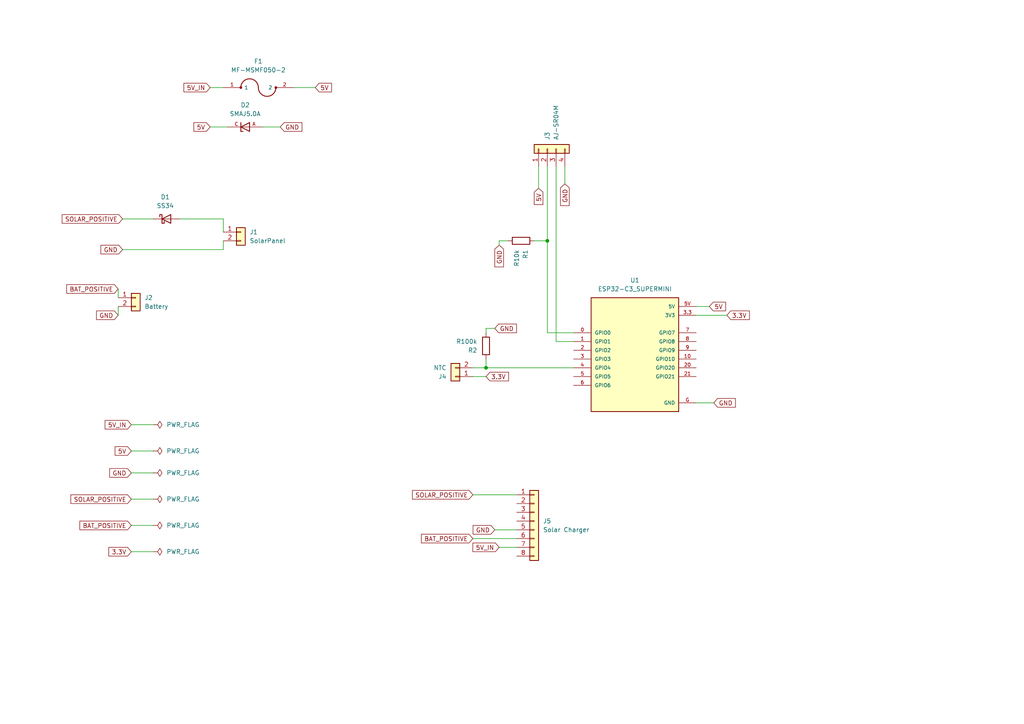
<source format=kicad_sch>
(kicad_sch (version 20250114) (generator "eeschema") (generator_version "9.0")
  (paper "A4")
  (title_block (title "Water Tank") (date "2025-09-09") (rev "3"))
  (lib_symbols
    (symbol "Connector_Generic:Conn_01x02" (pin_names (offset 1.016) (hide yes))
      (property "Reference" "J" (at 0 2.54 0))
      (property "Value" "Conn_01x02" (at 0 -5.08 0))
      (symbol "Conn_01x02_1_1"
        (rectangle (start -1.27 1.27) (end 1.27 -3.81) (stroke (width 0.254)) (fill (type background)))
        (rectangle (start -1.27 0.127) (end 0 -0.127) (stroke (width 0.1524)))
        (rectangle (start -1.27 -2.413) (end 0 -2.667) (stroke (width 0.1524)))
        (pin passive line (at -5.08 0 0) (length 3.81) (name "Pin_1") (number "1"))
        (pin passive line (at -5.08 -2.54 0) (length 3.81) (name "Pin_2") (number "2"))
      )
    )
    (symbol "Connector_Generic:Conn_01x04" (pin_names (offset 1.016) (hide yes))
      (property "Reference" "J" (at 0 5.08 0))
      (property "Value" "Conn_01x04" (at 0 -7.62 0))
      (symbol "Conn_01x04_1_1"
        (rectangle (start -1.27 3.81) (end 1.27 -6.35) (stroke (width 0.254)) (fill (type background)))
        (rectangle (start -1.27 2.667) (end 0 2.413) (stroke (width 0.1524)))
        (rectangle (start -1.27 0.127) (end 0 -0.127) (stroke (width 0.1524)))
        (rectangle (start -1.27 -2.413) (end 0 -2.667) (stroke (width 0.1524)))
        (rectangle (start -1.27 -4.953) (end 0 -5.207) (stroke (width 0.1524)))
        (pin passive line (at -5.08 2.54 0) (length 3.81) (name "Pin_1") (number "1"))
        (pin passive line (at -5.08 0 0) (length 3.81) (name "Pin_2") (number "2"))
        (pin passive line (at -5.08 -2.54 0) (length 3.81) (name "Pin_3") (number "3"))
        (pin passive line (at -5.08 -5.08 0) (length 3.81) (name "Pin_4") (number "4"))
      )
    )
    (symbol "Connector_Generic:Conn_01x08" (pin_names (offset 1.016) (hide yes))
      (property "Reference" "J" (at 0 10.16 0))
      (property "Value" "Conn_01x08" (at 0 -12.7 0))
      (symbol "Conn_01x08_1_1"
        (rectangle (start -1.27 8.89) (end 1.27 -11.43) (stroke (width 0.254)) (fill (type background)))
        (rectangle (start -1.27 7.747) (end 0 7.493) (stroke (width 0.1524)))
        (rectangle (start -1.27 5.207) (end 0 4.953) (stroke (width 0.1524)))
        (rectangle (start -1.27 2.667) (end 0 2.413) (stroke (width 0.1524)))
        (rectangle (start -1.27 0.127) (end 0 -0.127) (stroke (width 0.1524)))
        (rectangle (start -1.27 -2.413) (end 0 -2.667) (stroke (width 0.1524)))
        (rectangle (start -1.27 -4.953) (end 0 -5.207) (stroke (width 0.1524)))
        (rectangle (start -1.27 -7.493) (end 0 -7.747) (stroke (width 0.1524)))
        (rectangle (start -1.27 -10.033) (end 0 -10.287) (stroke (width 0.1524)))
        (pin passive line (at -5.08 7.62 0) (length 3.81) (name "Pin_1") (number "1"))
        (pin passive line (at -5.08 5.08 0) (length 3.81) (name "Pin_2") (number "2"))
        (pin passive line (at -5.08 2.54 0) (length 3.81) (name "Pin_3") (number "3"))
        (pin passive line (at -5.08 0 0) (length 3.81) (name "Pin_4") (number "4"))
        (pin passive line (at -5.08 -2.54 0) (length 3.81) (name "Pin_5") (number "5"))
        (pin passive line (at -5.08 -5.08 0) (length 3.81) (name "Pin_6") (number "6"))
        (pin passive line (at -5.08 -7.62 0) (length 3.81) (name "Pin_7") (number "7"))
        (pin passive line (at -5.08 -10.16 0) (length 3.81) (name "Pin_8") (number "8"))
      )
    )
    (symbol "Device:R" (pin_numbers (hide yes)) (pin_names (offset 0))
      (property "Reference" "R" (at 2.032 0 90))
      (property "Value" "R" (at 0 0 90))
      (symbol "R_0_1"
        (rectangle (start -1.016 -2.54) (end 1.016 2.54) (stroke (width 0.254)))
      )
      (symbol "R_1_1"
        (pin passive line (at 0 3.81 270) (length 1.27) (name "~") (number "1"))
        (pin passive line (at 0 -3.81 90) (length 1.27) (name "~") (number "2"))
      )
    )
    (symbol "Diode:SS34" (pin_numbers (hide yes)) (pin_names (offset 1.016) (hide yes))
      (property "Reference" "D" (at 0 2.54 0))
      (property "Value" "SS34" (at 0 -2.54 0))
      (symbol "SS34_0_1"
        (polyline (pts (xy -1.905 0.635) (xy -1.905 1.27) (xy -1.27 1.27) (xy -1.27 -1.27) (xy -0.635 -1.27) (xy -0.635 -0.635)) (stroke (width 0.254)))
        (polyline (pts (xy 1.27 1.27) (xy 1.27 -1.27) (xy -1.27 0) (xy 1.27 1.27)) (stroke (width 0.254)))
        (polyline (pts (xy 1.27 0) (xy -1.27 0)))
      )
      (symbol "SS34_1_1"
        (pin passive line (at -3.81 0 0) (length 2.54) (name "K") (number "1"))
        (pin passive line (at 3.81 0 180) (length 2.54) (name "A") (number "2"))
      )
    )
    (symbol "ESP32-C3_SUPERMINI_TH:MODULE_ESP32-C3_SUPERMINI" (pin_names (offset 1.016))
      (property "Reference" "U" (at -12.7 16.002 0))
      (property "Value" "MODULE_ESP32-C3_SUPERMINI" (at -12.7 -20.32 0))
      (symbol "MODULE_ESP32-C3_SUPERMINI_0_0"
        (rectangle (start -12.7 -17.78) (end 12.7 15.24) (stroke (width 0.254)) (fill (type background)))
        (pin bidirectional line (at -17.78 5.08 0) (length 5.08) (name "GPIO0") (number "0"))
        (pin bidirectional line (at -17.78 2.54 0) (length 5.08) (name "GPIO1") (number "1"))
        (pin bidirectional line (at -17.78 0 0) (length 5.08) (name "GPIO2") (number "2"))
        (pin bidirectional line (at -17.78 -2.54 0) (length 5.08) (name "GPIO3") (number "3"))
        (pin bidirectional line (at -17.78 -5.08 0) (length 5.08) (name "GPIO4") (number "4"))
        (pin bidirectional line (at -17.78 -7.62 0) (length 5.08) (name "GPIO5") (number "5"))
        (pin bidirectional line (at -17.78 -10.16 0) (length 5.08) (name "GPIO6") (number "6"))
        (pin power_in line (at 17.78 12.7 180) (length 5.08) (name "5V") (number "5V"))
        (pin power_in line (at 17.78 10.16 180) (length 5.08) (name "3V3") (number "3.3"))
        (pin bidirectional line (at 17.78 5.08 180) (length 5.08) (name "GPIO7") (number "7"))
        (pin bidirectional line (at 17.78 2.54 180) (length 5.08) (name "GPIO8") (number "8"))
        (pin bidirectional line (at 17.78 0 180) (length 5.08) (name "GPIO9") (number "9"))
        (pin bidirectional line (at 17.78 -2.54 180) (length 5.08) (name "GPIO10") (number "10"))
        (pin bidirectional line (at 17.78 -5.08 180) (length 5.08) (name "GPIO20") (number "20"))
        (pin bidirectional line (at 17.78 -7.62 180) (length 5.08) (name "GPIO21") (number "21"))
        (pin power_in line (at 17.78 -15.24 180) (length 5.08) (name "GND") (number "G"))
      )
    )
    (symbol "MF-MSMF050-2:MF-MSMF050-2" (pin_names (offset 1.016))
      (property "Reference" "F" (at -5.0878 3.8158 0))
      (property "Value" "MF-MSMF050-2" (at -5.089 -3.8168 0))
      (symbol "MF-MSMF050-2_0_0"
        (circle (center -5.08 0) (radius 0.254) (stroke (width 0.254)))
        (arc (start -5.08 0) (mid -2.54 2.529) (end 0 0) (stroke (width 0.254)))
        (arc (start 5.08 0) (mid 2.54 -2.529) (end 0 0) (stroke (width 0.254)))
        (circle (center 5.08 0) (radius 0.254) (stroke (width 0.254)))
        (pin passive line (at -10.16 0 0) (length 5.08) (name "1") (number "1"))
        (pin passive line (at 10.16 0 180) (length 5.08) (name "2") (number "2"))
      )
    )
    (symbol "SMAJ5.0A:SMAJ5.0A" (pin_names (offset 1.016))
      (property "Reference" "D" (at -5.0835 2.4159 0))
      (property "Value" "SMAJ5.0A" (at -5.0854 -4.9611 0))
      (symbol "SMAJ5.0A_0_0"
        (polyline (pts (xy -1.27 0) (xy -1.27 1.27)) (stroke (width 0.254)))
        (polyline (pts (xy -1.27 0) (xy 1.27 -1.27)) (stroke (width 0.254)))
        (polyline (pts (xy -1.27 -1.27) (xy -1.27 0)) (stroke (width 0.254)))
        (polyline (pts (xy -0.635 -1.27) (xy -1.27 -1.27)) (stroke (width 0.254)))
        (polyline (pts (xy 1.27 1.27) (xy -1.27 0)) (stroke (width 0.254)))
        (polyline (pts (xy 1.27 -1.27) (xy 1.27 1.27)) (stroke (width 0.254)))
        (pin passive line (at -5.08 0 0) (length 5.08) (name "~") (number "C"))
        (pin passive line (at 5.08 0 180) (length 5.08) (name "~") (number "A"))
      )
    )
    (symbol "power:PWR_FLAG" (power) (pin_numbers (hide yes)) (pin_names (offset 0) (hide yes))
      (property "Value" "PWR_FLAG" (at 0 3.81 0))
      (symbol "PWR_FLAG_0_0"
        (pin power_out line (at 0 0 90) (length 0) (name "~") (number "1"))
      )
      (symbol "PWR_FLAG_0_1"
        (polyline (pts (xy 0 0) (xy 0 1.27) (xy -1.016 1.905) (xy 0 2.54) (xy 1.016 1.905) (xy 0 1.27)))
      )
    )
  )
  (junction (at 158.75 69.85))
  (junction (at 140.97 106.68))
  (wire (pts (xy 201.93 91.44) (xy 210.82 91.44)))
  (wire (pts (xy 166.37 96.52) (xy 158.75 96.52)))
  (wire (pts (xy 64.77 69.85) (xy 64.77 72.39)))
  (wire (pts (xy 137.16 106.68) (xy 140.97 106.68)))
  (wire (pts (xy 35.56 63.5) (xy 44.45 63.5)))
  (wire (pts (xy 38.1 137.16) (xy 44.45 137.16)))
  (wire (pts (xy 140.97 104.14) (xy 140.97 106.68)))
  (wire (pts (xy 144.78 158.75) (xy 149.86 158.75)))
  (wire (pts (xy 166.37 99.06) (xy 161.29 99.06)))
  (wire (pts (xy 140.97 96.52) (xy 140.97 95.25)))
  (wire (pts (xy 140.97 95.25) (xy 143.51 95.25)))
  (wire (pts (xy 144.78 69.85) (xy 144.78 71.12)))
  (wire (pts (xy 140.97 106.68) (xy 166.37 106.68)))
  (wire (pts (xy 154.94 69.85) (xy 158.75 69.85)))
  (wire (pts (xy 60.96 36.83) (xy 66.04 36.83)))
  (wire (pts (xy 52.07 63.5) (xy 64.77 63.5)))
  (wire (pts (xy 161.29 99.06) (xy 161.29 48.26)))
  (wire (pts (xy 38.1 123.19) (xy 44.45 123.19)))
  (wire (pts (xy 85.09 25.4) (xy 91.44 25.4)))
  (wire (pts (xy 158.75 48.26) (xy 158.75 69.85)))
  (wire (pts (xy 64.77 72.39) (xy 35.56 72.39)))
  (wire (pts (xy 201.93 116.84) (xy 207.01 116.84)))
  (wire (pts (xy 38.1 152.4) (xy 44.45 152.4)))
  (wire (pts (xy 143.51 153.67) (xy 149.86 153.67)))
  (wire (pts (xy 137.16 156.21) (xy 149.86 156.21)))
  (wire (pts (xy 163.83 48.26) (xy 163.83 53.34)))
  (wire (pts (xy 156.21 54.61) (xy 156.21 48.26)))
  (wire (pts (xy 34.29 88.9) (xy 34.29 91.44)))
  (wire (pts (xy 76.2 36.83) (xy 81.28 36.83)))
  (wire (pts (xy 60.96 25.4) (xy 64.77 25.4)))
  (wire (pts (xy 38.1 130.81) (xy 44.45 130.81)))
  (wire (pts (xy 34.29 83.82) (xy 34.29 86.36)))
  (wire (pts (xy 137.16 143.51) (xy 149.86 143.51)))
  (wire (pts (xy 147.32 69.85) (xy 144.78 69.85)))
  (wire (pts (xy 201.93 88.9) (xy 205.74 88.9)))
  (wire (pts (xy 38.1 144.78) (xy 44.45 144.78)))
  (wire (pts (xy 38.1 160.02) (xy 44.45 160.02)))
  (wire (pts (xy 137.16 109.22) (xy 140.97 109.22)))
  (wire (pts (xy 64.77 63.5) (xy 64.77 67.31)))
  (wire (pts (xy 158.75 69.85) (xy 158.75 96.52)))
  (global_label "3.3V" (shape input) (at 140.97 109.22 0) (property "Intersheetrefs" "${INTERSHEET_REFS}" (effects (hide yes))))
  (global_label "5V" (shape input) (at 156.21 54.61 270) (property "Intersheetrefs" "${INTERSHEET_REFS}" (effects (hide yes))))
  (global_label "GND" (shape input) (at 143.51 95.25 0) (property "Intersheetrefs" "${INTERSHEET_REFS}" (effects (hide yes))))
  (global_label "SOLAR_POSITIVE" (shape input) (at 137.16 143.51 180) (property "Intersheetrefs" "${INTERSHEET_REFS}" (effects (hide yes))))
  (global_label "GND" (shape input) (at 143.51 153.67 180) (property "Intersheetrefs" "${INTERSHEET_REFS}" (effects (hide yes))))
  (global_label "3.3V" (shape input) (at 38.1 160.02 180) (property "Intersheetrefs" "${INTERSHEET_REFS}" (effects (hide yes))))
  (global_label "5V" (shape input) (at 91.44 25.4 0) (property "Intersheetrefs" "${INTERSHEET_REFS}" (effects (hide yes))))
  (global_label "GND" (shape input) (at 35.56 72.39 180) (property "Intersheetrefs" "${INTERSHEET_REFS}" (effects (hide yes))))
  (global_label "SOLAR_POSITIVE" (shape input) (at 35.56 63.5 180) (property "Intersheetrefs" "${INTERSHEET_REFS}" (effects (hide yes))))
  (global_label "GND" (shape input) (at 207.01 116.84 0) (property "Intersheetrefs" "${INTERSHEET_REFS}" (effects (hide yes))))
  (global_label "5V_IN" (shape input) (at 38.1 123.19 180) (property "Intersheetrefs" "${INTERSHEET_REFS}" (effects (hide yes))))
  (global_label "GND" (shape input) (at 81.28 36.83 0) (property "Intersheetrefs" "${INTERSHEET_REFS}" (effects (hide yes))))
  (global_label "3.3V" (shape input) (at 210.82 91.44 0) (property "Intersheetrefs" "${INTERSHEET_REFS}" (effects (hide yes))))
  (global_label "BAT_POSITIVE" (shape input) (at 38.1 152.4 180) (property "Intersheetrefs" "${INTERSHEET_REFS}" (effects (hide yes))))
  (global_label "GND" (shape input) (at 34.29 91.44 180) (property "Intersheetrefs" "${INTERSHEET_REFS}" (effects (hide yes))))
  (global_label "GND" (shape input) (at 163.83 53.34 270) (property "Intersheetrefs" "${INTERSHEET_REFS}" (effects (hide yes))))
  (global_label "5V" (shape input) (at 38.1 130.81 180) (property "Intersheetrefs" "${INTERSHEET_REFS}" (effects (hide yes))))
  (global_label "5V_IN" (shape input) (at 60.96 25.4 180) (property "Intersheetrefs" "${INTERSHEET_REFS}" (effects (hide yes))))
  (global_label "GND" (shape input) (at 144.78 71.12 270) (property "Intersheetrefs" "${INTERSHEET_REFS}" (effects (hide yes))))
  (global_label "5V_IN" (shape input) (at 144.78 158.75 180) (property "Intersheetrefs" "${INTERSHEET_REFS}" (effects (hide yes))))
  (global_label "BAT_POSITIVE" (shape input) (at 34.29 83.82 180) (property "Intersheetrefs" "${INTERSHEET_REFS}" (effects (hide yes))))
  (global_label "BAT_POSITIVE" (shape input) (at 137.16 156.21 180) (property "Intersheetrefs" "${INTERSHEET_REFS}" (effects (hide yes))))
  (global_label "5V" (shape input) (at 205.74 88.9 0) (property "Intersheetrefs" "${INTERSHEET_REFS}" (effects (hide yes))))
  (global_label "GND" (shape input) (at 38.1 137.16 180) (property "Intersheetrefs" "${INTERSHEET_REFS}" (effects (hide yes))))
  (global_label "5V" (shape input) (at 60.96 36.83 180) (property "Intersheetrefs" "${INTERSHEET_REFS}" (effects (hide yes))))
  (global_label "SOLAR_POSITIVE" (shape input) (at 38.1 144.78 180) (property "Intersheetrefs" "${INTERSHEET_REFS}" (effects (hide yes))))
  (symbol (lib_id "MF-MSMF050-2:MF-MSMF050-2") (at 74.93 25.4 0) (unit 1)
    (property "Reference" "F1" (at 74.93 17.78 0))
    (property "Value" "MF-MSMF050-2" (at 74.93 20.32 0))
    (property "Footprint" "footprints:FUSM4632X85" (effects (hide yes)))
    (property "DigiKey_Part_Number" "MF-MSMF050-2TR-ND" (effects (hide yes)))
    (property "SnapEDA_Link" "https://www.snapeda.com/parts/MF-MSMF050-2/Bourns/view-part/?ref=snap" (effects (hide yes)))
    (property "Description_1" "Fuse, Resettable, 100A, Sz 4532, 0.186x0.134x0.033, SMT, 15VDC, DCR 0.15 Ohms | Bourns MF-MSMF050-2" (effects (hide yes)))
    (property "Package" "1812 Bourns" (effects (hide yes)))
    (property "Check_prices" "https://www.snapeda.com/parts/MF-MSMF050-2/Bourns/view-part/?ref=eda" (effects (hide yes)))
    (property "MF" "Bourns" (effects (hide yes)))
    (property "MP" "MF-MSMF050-2" (effects (hide yes)))
    (property "MANUFACTURER" "Bourns" (effects (hide yes)))
  )
  (symbol (lib_id "Device:R") (at 140.97 100.33 180) (unit 1)
    (property "Reference" "R2" (at 138.43 101.6001 0) (effects (justify left)))
    (property "Value" "R100k" (at 138.43 99.0601 0) (effects (justify left)))
    (property "Footprint" "Resistor_SMD:R_0805_2012Metric_Pad1.20x1.40mm_HandSolder" (effects (hide yes)))
    (property "Description" "Resistor" (effects (hide yes)))
  )
  (symbol (lib_id "power:PWR_FLAG") (at 44.45 160.02 270) (unit 1)
    (property "Reference" "#FLG06" (effects (hide yes)))
    (property "Value" "PWR_FLAG" (at 48.26 160.0199 90) (effects (justify left)))
    (property "Description" "Special symbol for telling ERC where power comes from" (effects (hide yes)))
  )
  (symbol (lib_id "Connector_Generic:Conn_01x08") (at 154.94 151.13 0) (unit 1)
    (property "Reference" "J5" (at 157.48 151.1299 0) (effects (justify left)))
    (property "Value" "Solar Charger" (at 157.48 153.6699 0) (effects (justify left)))
    (property "Footprint" "Connector_PinHeader_2.54mm:PinHeader_1x08_P2.54mm_Vertical" (effects (hide yes)))
    (property "Description" "Generic connector, single row, 01x08, script generated (kicad-library-utils/schlib/autogen/connector/)" (effects (hide yes)))
  )
  (symbol (lib_id "power:PWR_FLAG") (at 44.45 123.19 270) (unit 1)
    (property "Reference" "#FLG01" (effects (hide yes)))
    (property "Value" "PWR_FLAG" (at 48.26 123.1899 90) (effects (justify left)))
    (property "Description" "Special symbol for telling ERC where power comes from" (effects (hide yes)))
  )
  (symbol (lib_id "SMAJ5.0A:SMAJ5.0A") (at 71.12 36.83 0) (unit 1)
    (property "Reference" "D2" (at 71.12 30.48 0))
    (property "Value" "SMAJ5.0A" (at 71.12 33.02 0))
    (property "Footprint" "footprints:DIOM4325X250N" (effects (hide yes)))
    (property "SnapEDA_Link" "https://www.snapeda.com/parts/SMAJ5.0A/taiwan/view-part/?ref=snap" (effects (hide yes)))
    (property "MAXIMUM_PACKAGE_HEIGHT" "2.5 mm" (effects (hide yes)))
    (property "Package" "SMA-2 Taiwan Semiconductor" (effects (hide yes)))
    (property "Check_prices" "https://www.snapeda.com/parts/SMAJ5.0A/taiwan/view-part/?ref=eda" (effects (hide yes)))
    (property "STANDARD" "IPC-7351B" (effects (hide yes)))
    (property "PARTREV" "S2102" (effects (hide yes)))
    (property "MF" "Taiwan Semiconductor" (effects (hide yes)))
    (property "MP" "SMAJ5.0A" (effects (hide yes)))
    (property "Description_1" "400W, 6.7V, 5%, Unidirectional, TVS" (effects (hide yes)))
    (property "MANUFACTURER" "Taiwan Semiconductor" (effects (hide yes)))
  )
  (symbol (lib_id "Connector_Generic:Conn_01x04") (at 158.75 43.18 90) (unit 1)
    (property "Reference" "J3" (at 158.7499 40.64 0) (effects (justify left)))
    (property "Value" "AJ-SR04M" (at 161.2899 40.64 0) (effects (justify left)))
    (property "Footprint" "Connector_PinHeader_2.54mm:PinHeader_1x04_P2.54mm_Vertical" (effects (hide yes)))
    (property "Description" "Generic connector, single row, 01x04, script generated (kicad-library-utils/schlib/autogen/connector/)" (effects (hide yes)))
  )
  (symbol (lib_id "ESP32-C3_SUPERMINI_TH:MODULE_ESP32-C3_SUPERMINI") (at 184.15 101.6 0) (unit 1)
    (property "Reference" "U1" (at 184.15 81.28 0))
    (property "Value" "ESP32-C3_SUPERMINI" (at 184.15 83.82 0))
    (property "Footprint" "footprints:MODULE_ESP32-C3_SUPERMINI_SMD" (effects (hide yes)))
    (property "MF" "Espressif Systems" (effects (hide yes)))
    (property "MAXIMUM_PACKAGE_HEIGHT" "4.2mm" (effects (hide yes)))
    (property "Price" "None" (effects (hide yes)))
    (property "STANDARD" "Manufacturer Recommendations" (effects (hide yes)))
    (property "Description_1" "Super tiny ESP32-C3 board" (effects (hide yes)))
    (property "Availability" "Not in stock" (effects (hide yes)))
  )
  (symbol (lib_id "Connector_Generic:Conn_01x02") (at 39.37 86.36 0) (unit 1)
    (property "Reference" "J2" (at 41.91 86.3599 0) (effects (justify left)))
    (property "Value" "Battery" (at 41.91 88.8999 0) (effects (justify left)))
    (property "Footprint" "Connector_JST:JST_XH_B2B-XH-A_1x02_P2.50mm_Vertical" (effects (hide yes)))
    (property "Description" "Generic connector, single row, 01x02, script generated (kicad-library-utils/schlib/autogen/connector/)" (effects (hide yes)))
  )
  (symbol (lib_id "Device:R") (at 151.13 69.85 270) (unit 1)
    (property "Reference" "R1" (at 152.4001 72.39 0) (effects (justify left)))
    (property "Value" "R10k" (at 149.8601 72.39 0) (effects (justify left)))
    (property "Footprint" "Resistor_SMD:R_0805_2012Metric_Pad1.20x1.40mm_HandSolder" (effects (hide yes)))
    (property "Description" "Resistor" (effects (hide yes)))
  )
  (symbol (lib_id "Diode:SS34") (at 48.26 63.5 0) (unit 1)
    (property "Reference" "D1" (at 47.9425 57.15 0))
    (property "Value" "SS34" (at 47.9425 59.69 0))
    (property "Footprint" "Diode_SMD:D_SMA_Handsoldering" (effects (hide yes)))
    (property "Datasheet" "https://www.vishay.com/docs/88751/ss32.pdf" (effects (hide yes)))
    (property "Description" "40V 3A Schottky Diode, SMA" (effects (hide yes)))
  )
  (symbol (lib_id "power:PWR_FLAG") (at 44.45 137.16 270) (unit 1)
    (property "Reference" "#FLG03" (effects (hide yes)))
    (property "Value" "PWR_FLAG" (at 48.26 137.1599 90) (effects (justify left)))
    (property "Description" "Special symbol for telling ERC where power comes from" (effects (hide yes)))
  )
  (symbol (lib_id "power:PWR_FLAG") (at 44.45 152.4 270) (unit 1)
    (property "Reference" "#FLG05" (effects (hide yes)))
    (property "Value" "PWR_FLAG" (at 48.26 152.3999 90) (effects (justify left)))
    (property "Description" "Special symbol for telling ERC where power comes from" (effects (hide yes)))
  )
  (symbol (lib_id "power:PWR_FLAG") (at 44.45 144.78 270) (unit 1)
    (property "Reference" "#FLG04" (effects (hide yes)))
    (property "Value" "PWR_FLAG" (at 48.26 144.7799 90) (effects (justify left)))
    (property "Description" "Special symbol for telling ERC where power comes from" (effects (hide yes)))
  )
  (symbol (lib_id "Connector_Generic:Conn_01x02") (at 132.08 109.22 180) (unit 1)
    (property "Reference" "J4" (at 129.54 109.2201 0) (effects (justify left)))
    (property "Value" "NTC" (at 129.54 106.6801 0) (effects (justify left)))
    (property "Footprint" "Connector_JST:JST_XH_B2B-XH-A_1x02_P2.50mm_Vertical" (effects (hide yes)))
    (property "Description" "Generic connector, single row, 01x02, script generated (kicad-library-utils/schlib/autogen/connector/)" (effects (hide yes)))
  )
  (symbol (lib_id "Connector_Generic:Conn_01x02") (at 69.85 67.31 0) (unit 1)
    (property "Reference" "J1" (at 72.39 67.3099 0) (effects (justify left)))
    (property "Value" "SolarPanel" (at 72.39 69.8499 0) (effects (justify left)))
    (property "Footprint" "Connector_JST:JST_XH_B2B-XH-A_1x02_P2.50mm_Vertical" (effects (hide yes)))
    (property "Description" "Generic connector, single row, 01x02, script generated (kicad-library-utils/schlib/autogen/connector/)" (effects (hide yes)))
  )
  (symbol (lib_id "power:PWR_FLAG") (at 44.45 130.81 270) (unit 1)
    (property "Reference" "#FLG02" (effects (hide yes)))
    (property "Value" "PWR_FLAG" (at 48.26 130.8099 90) (effects (justify left)))
    (property "Description" "Special symbol for telling ERC where power comes from" (effects (hide yes)))
  )
)
</source>
